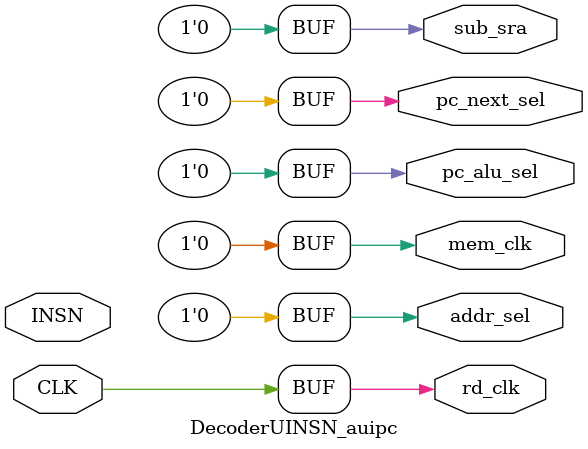
<source format=v>
/* 
Módulo para decodificação de instruções do tipo U auipc de acordo com
o ISA do risc-v. O módulo recebe a instrução e o sinal de clock
do processador, e retorna todas as saídas relevantes e não relevantes
para serem enviadas ao circuito
*/
module DecoderUINSN_auipc (
  input wire [31:0] INSN , // instrução de 32 bits
  input wire CLK, // sinal de Clock
  output wire addr_sel, pc_next_sel, pc_alu_sel, sub_sra,
  // controle de adição/subtração, controle de escolha de endereço, program counter, e entrada da ALU do program counter
  output wire rd_clk, mem_clk // Saídas de clock dos registradores e da memória
);

  assign sub_sra = 0; // deve ser 0, pois é realizada uma soma
  assign addr_sel = 0; // O endereço da memória continua sendo o program counter

  assign pc_next_sel = 0; // O PC continua recebendo o seu valor incrementado em 4
  assign pc_alu_sel = 0; // A ALU do PC contínua recebendo 4

  assign mem_clk = 0; // É setado para 0, para evitar problemas com gravação de memória.
  assign rd_clk = CLK; // O rd_clk é igual ao CLK do processador, que ao subir grava o valor.

endmodule
</source>
